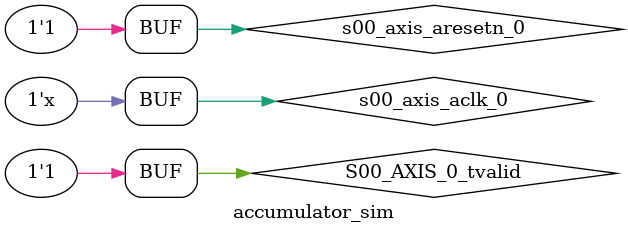
<source format=v>
`timescale 1ns / 1ps


module accumulator_sim();

  reg [95:0]S00_AXIS_0_tdata;
  reg S00_AXIS_0_tlast;
  wire S00_AXIS_0_tready;
  reg S00_AXIS_0_tvalid;
  
  wire [9:0]result_bram_addr_write_0;
  wire [63:0]result_bram_dataout_0;
  wire result_bram_w_enable_0;
    
  reg s00_axis_aclk_0;
  reg s00_axis_aresetn_0;
  
  initial begin
    s00_axis_aclk_0 = 1'b0;
    s00_axis_aresetn_0 = 1'b0;
    S00_AXIS_0_tvalid = 1'b0;
    S00_AXIS_0_tlast = 1'b0;
    S00_AXIS_0_tdata = 'd0;
    
    #70
    s00_axis_aresetn_0 = 1'b1;
    
    #80
    S00_AXIS_0_tvalid = 1'b1;
    
  end

  always #10 s00_axis_aclk_0 = ~s00_axis_aclk_0;
  
  
  always @(posedge s00_axis_aclk_0) begin
    if (S00_AXIS_0_tvalid) begin
        
        if (S00_AXIS_0_tlast) begin
            S00_AXIS_0_tlast = 1'b0;
            S00_AXIS_0_tdata = 96'h0000_0000_0400_0000_0000_0400;
            
        end else begin
            S00_AXIS_0_tdata = S00_AXIS_0_tdata + 96'h0000_0000_0400_0000_0000_0400;
   
        end
        
        if (S00_AXIS_0_tdata == 96'h0000_0010_0000_0000_0010_0000)
            S00_AXIS_0_tlast = 1'b1;
        
    end
  end
  
  accumulator accumulator_i
       (.S00_AXIS_0_tdata(S00_AXIS_0_tdata),
        .S00_AXIS_0_tlast(S00_AXIS_0_tlast),
        .S00_AXIS_0_tready(S00_AXIS_0_tready),
        .S00_AXIS_0_tstrb(),
        .S00_AXIS_0_tvalid(S00_AXIS_0_tvalid),
        .result_bram_addr_write_0(result_bram_addr_write_0),
        .result_bram_dataout_0(result_bram_dataout_0),
        .result_bram_w_enable_0(result_bram_w_enable_0),
        .s00_axis_aclk_0(s00_axis_aclk_0),
        .s00_axis_aresetn_0(s00_axis_aresetn_0));
        
endmodule

</source>
